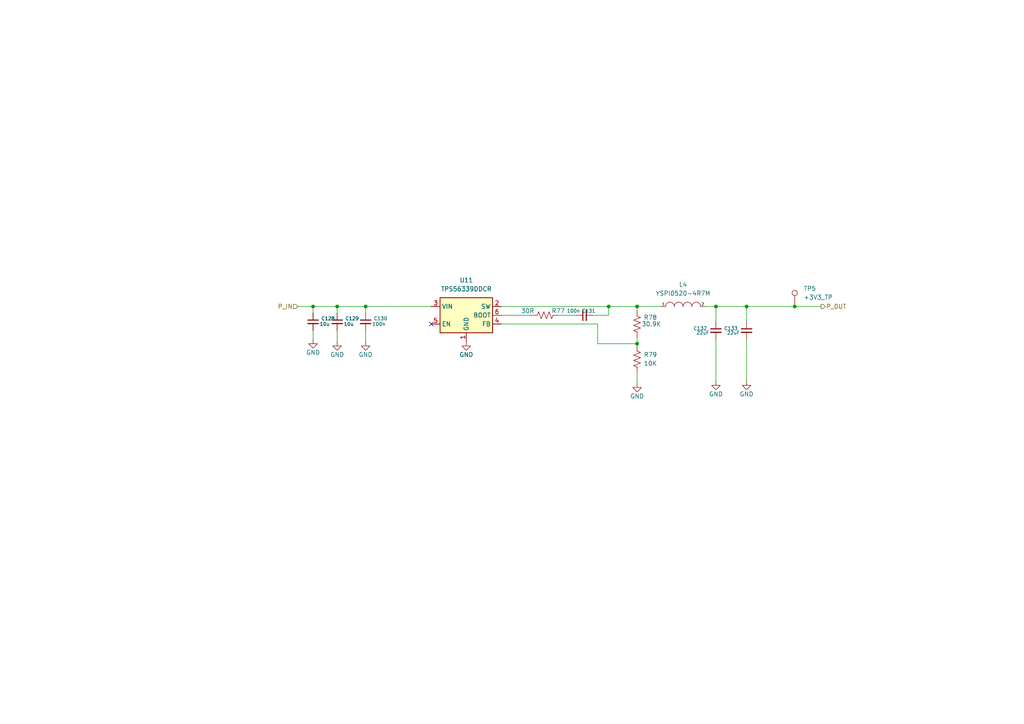
<source format=kicad_sch>
(kicad_sch (version 20211123) (generator eeschema)
  (paper "A4")
  (title_block (title "USB HUB ") (date "2022-08-30") (rev "1.0") (company "N/A") (comment 2 "Reviewed by: ") (comment 3 "Designer by: Robert Mutura"))
  (lib_symbols
    (symbol "Connector:TestPoint" (pin_numbers hide) (pin_names (offset 0.762) hide)
      (property "Reference" "TP" (at 0 6.858 0))
      (property "Value" "TestPoint" (at 0 5.08 0))
      (symbol "TestPoint_0_1"
        (circle (center 0 3.302) (radius 0.762))
      )
      (symbol "TestPoint_1_1"
        (pin passive line (at 0 0 90) (length 2.54) (name "1") (number "1"))
      )
    )
    (symbol "Device:C_Small" (pin_numbers hide) (pin_names (offset 0.254) hide)
      (property "Reference" "C" (at 0.254 1.778 0))
      (property "Value" "C_Small" (at 0.254 -2.032 0))
      (symbol "C_Small_0_1"
        (polyline (pts (xy -1.524 -0.508) (xy 1.524 -0.508)) (stroke (width 0.3302)))
        (polyline (pts (xy -1.524 0.508) (xy 1.524 0.508)) (stroke (width 0.3048)))
      )
      (symbol "C_Small_1_1"
        (pin passive line (at 0 2.54 270) (length 2.032) (name "~") (number "1"))
        (pin passive line (at 0 -2.54 90) (length 2.032) (name "~") (number "2"))
      )
    )
    (symbol "Device:R_US" (pin_numbers hide) (pin_names (offset 0))
      (property "Reference" "R" (at 2.54 0 90))
      (property "Value" "R_US" (at -2.54 0 90))
      (symbol "R_US_0_1"
        (polyline (pts (xy 0 -2.286) (xy 0 -2.54)))
        (polyline (pts (xy 0 2.286) (xy 0 2.54)))
        (polyline (pts (xy 0 -0.762) (xy 1.016 -1.143) (xy 0 -1.524) (xy -1.016 -1.905) (xy 0 -2.286)))
        (polyline (pts (xy 0 0.762) (xy 1.016 0.381) (xy 0 0) (xy -1.016 -0.381) (xy 0 -0.762)))
        (polyline (pts (xy 0 2.286) (xy 1.016 1.905) (xy 0 1.524) (xy -1.016 1.143) (xy 0 0.762)))
      )
      (symbol "R_US_1_1"
        (pin passive line (at 0 3.81 270) (length 1.27) (name "~") (number "1"))
        (pin passive line (at 0 -3.81 90) (length 1.27) (name "~") (number "2"))
      )
    )
    (symbol "Regulator_Switching:TPS56339DDC"
      (property "Reference" "U" (at -7.62 6.35 0))
      (property "Value" "TPS56339DDC" (at -2.54 6.35 0))
      (symbol "TPS56339DDC_0_1"
        (rectangle (start -7.62 5.08) (end 7.62 -5.08) (stroke (width 0.254)) (fill (type background)))
      )
      (symbol "TPS56339DDC_1_1"
        (pin power_in line (at 0 -7.62 90) (length 2.54) (name "GND") (number "1"))
        (pin power_out line (at 10.16 2.54 180) (length 2.54) (name "SW") (number "2"))
        (pin power_in line (at -10.16 2.54 0) (length 2.54) (name "VIN") (number "3"))
        (pin input line (at 10.16 -2.54 180) (length 2.54) (name "FB") (number "4"))
        (pin input line (at -10.16 -2.54 0) (length 2.54) (name "EN") (number "5"))
        (pin passive line (at 10.16 0 180) (length 2.54) (name "BOOT") (number "6"))
      )
    )
    (symbol "power:GND" (power) (pin_names (offset 0))
      (property "Value" "GND" (at 0 -3.81 0))
      (symbol "GND_0_1"
        (polyline (pts (xy 0 0) (xy 0 -1.27) (xy 1.27 -1.27) (xy 0 -2.54) (xy -1.27 -1.27) (xy 0 -1.27)))
      )
      (symbol "GND_1_1"
        (pin power_in line (at 0 0 270) (length 0) hide (name "GND") (number "1"))
      )
    )
    (symbol "pspice:INDUCTOR" (pin_numbers hide) (pin_names (offset 0))
      (property "Reference" "L" (at 0 2.54 0))
      (property "Value" "INDUCTOR" (at 0 -1.27 0))
      (symbol "INDUCTOR_0_1"
        (arc (start -2.54 0) (mid -3.81 1.27) (end -5.08 0))
        (arc (start 0 0) (mid -1.27 1.27) (end -2.54 0))
        (arc (start 2.54 0) (mid 1.27 1.27) (end 0 0))
        (arc (start 5.08 0) (mid 3.81 1.27) (end 2.54 0))
      )
      (symbol "INDUCTOR_1_1"
        (pin input line (at -6.35 0 0) (length 1.27) (name "1") (number "1"))
        (pin input line (at 6.35 0 180) (length 1.27) (name "2") (number "2"))
      )
    )
  )
  (junction (at 106.045 88.9))
  (junction (at 216.535 88.9))
  (junction (at 176.53 88.9))
  (junction (at 184.785 88.9))
  (junction (at 184.785 99.695))
  (junction (at 97.79 88.9))
  (junction (at 230.505 88.9))
  (junction (at 207.645 88.9))
  (junction (at 90.805 88.9))
  (no_connect (at 125.095 93.98))
  (wire (pts (xy 176.53 91.44) (xy 176.53 88.9)))
  (wire (pts (xy 204.47 88.9) (xy 207.645 88.9)))
  (wire (pts (xy 230.505 88.9) (xy 238.125 88.9)))
  (wire (pts (xy 106.045 88.9) (xy 125.095 88.9)))
  (wire (pts (xy 216.535 98.425) (xy 216.535 110.49)))
  (wire (pts (xy 184.785 111.125) (xy 184.785 107.95)))
  (wire (pts (xy 207.645 88.9) (xy 216.535 88.9)))
  (wire (pts (xy 90.805 95.885) (xy 90.805 98.425)))
  (wire (pts (xy 184.785 100.33) (xy 184.785 99.695)))
  (wire (pts (xy 176.53 88.9) (xy 184.785 88.9)))
  (wire (pts (xy 216.535 88.9) (xy 216.535 93.345)))
  (wire (pts (xy 184.785 88.9) (xy 191.77 88.9)))
  (wire (pts (xy 90.805 88.9) (xy 90.805 90.805)))
  (wire (pts (xy 173.355 99.695) (xy 173.355 93.98)))
  (wire (pts (xy 145.415 91.44) (xy 154.305 91.44)))
  (wire (pts (xy 86.36 88.9) (xy 90.805 88.9)))
  (wire (pts (xy 184.785 99.695) (xy 184.785 97.79)))
  (wire (pts (xy 207.645 88.9) (xy 207.645 93.345)))
  (wire (pts (xy 172.085 91.44) (xy 176.53 91.44)))
  (wire (pts (xy 161.925 91.44) (xy 167.005 91.44)))
  (wire (pts (xy 145.415 93.98) (xy 173.355 93.98)))
  (wire (pts (xy 106.045 95.885) (xy 106.045 99.06)))
  (wire (pts (xy 230.505 88.9) (xy 230.505 88.265)))
  (wire (pts (xy 97.79 95.885) (xy 97.79 99.06)))
  (wire (pts (xy 184.785 90.17) (xy 184.785 88.9)))
  (wire (pts (xy 207.645 98.425) (xy 207.645 110.49)))
  (wire (pts (xy 106.045 88.9) (xy 106.045 90.805)))
  (wire (pts (xy 97.79 88.9) (xy 106.045 88.9)))
  (wire (pts (xy 145.415 88.9) (xy 176.53 88.9)))
  (wire (pts (xy 216.535 88.9) (xy 230.505 88.9)))
  (wire (pts (xy 97.79 88.9) (xy 97.79 90.805)))
  (wire (pts (xy 184.785 99.695) (xy 173.355 99.695)))
  (wire (pts (xy 90.805 88.9) (xy 97.79 88.9)))
  (hierarchical_label "P_0UT" (shape output) (at 238.125 88.9 0))
  (hierarchical_label "P_IN" (shape input) (at 86.36 88.9 180))
  (symbol (lib_id "power:GND") (at 106.045 99.06 0) (unit 1)
    (property "Reference" "#PWR0163" (effects hide))
    (property "Value" "GND" (at 106.045 102.87 0))
  )
  (symbol (lib_id "pspice:INDUCTOR") (at 198.12 88.9 0) (unit 1)
    (property "Reference" "L4" (at 198.12 82.55 0))
    (property "Value" "YSPI0520-4R7M" (at 198.12 85.09 0))
    (property "Footprint" "greencharge-footprints:YSPI0520" (effects hide))
  )
  (symbol (lib_id "Device:C_Small") (at 90.805 93.345 0) (unit 1)
    (property "Reference" "C128" (at 93.1418 92.3798 0) (effects (font (size 0.9906 0.9906)) (justify left)))
    (property "Value" "10u" (at 92.71 93.98 0) (effects (font (size 0.9906 0.9906)) (justify left)))
    (property "Footprint" "Capacitor_SMD:C_0603_1608Metric" (effects hide))
  )
  (symbol (lib_id "Device:R_US") (at 184.785 93.98 0) (unit 1)
    (property "Reference" "R78" (at 186.69 92.075 0) (effects (justify left)))
    (property "Value" "30.9K" (at 186.055 93.98 0) (effects (justify left)))
    (property "Footprint" "Resistor_SMD:R_0402_1005Metric" (effects hide))
  )
  (symbol (lib_id "Device:R_US") (at 158.115 91.44 90) (unit 1)
    (property "Reference" "R77" (at 161.925 90.17 90))
    (property "Value" "30R" (at 153.035 90.17 90))
    (property "Footprint" "Resistor_SMD:R_0402_1005Metric" (effects hide))
  )
  (symbol (lib_id "power:GND") (at 135.255 99.06 0) (unit 1)
    (property "Reference" "#PWR0164" (effects hide))
    (property "Value" "GND" (at 135.255 102.87 0))
  )
  (symbol (lib_id "Device:C_Small") (at 207.645 95.885 0) (mirror y) (unit 1)
    (property "Reference" "C132" (at 205.105 95.25 0) (effects (font (size 0.9906 0.9906)) (justify left)))
    (property "Value" "22uF" (at 205.74 96.52 0) (effects (font (size 0.9906 0.9906)) (justify left)))
    (property "Footprint" "Capacitor_SMD:C_0603_1608Metric" (effects hide))
  )
  (symbol (lib_id "power:GND") (at 207.645 110.49 0) (unit 1)
    (property "Reference" "#PWR0166" (effects hide))
    (property "Value" "GND" (at 207.645 114.3 0))
  )
  (symbol (lib_id "power:GND") (at 216.535 110.49 0) (unit 1)
    (property "Reference" "#PWR0167" (effects hide))
    (property "Value" "GND" (at 216.535 114.3 0))
  )
  (symbol (lib_id "power:GND") (at 90.805 98.425 0) (unit 1)
    (property "Reference" "#PWR0161" (effects hide))
    (property "Value" "GND" (at 90.805 102.235 0))
  )
  (symbol (lib_id "power:GND") (at 97.79 99.06 0) (unit 1)
    (property "Reference" "#PWR0162" (effects hide))
    (property "Value" "GND" (at 97.79 102.87 0))
  )
  (symbol (lib_id "Connector:TestPoint") (at 230.505 88.265 0) (unit 1)
    (property "Reference" "TP5" (at 233.045 83.6929 0) (effects (justify left)))
    (property "Value" "+3V3_TP" (at 233.045 86.2329 0) (effects (justify left)))
    (property "Footprint" "brilliant-kicad-library:TestPoint_Pad_D0.9mm" (effects hide))
  )
  (symbol (lib_id "Device:C_Small") (at 216.535 95.885 0) (mirror y) (unit 1)
    (property "Reference" "C133" (at 213.995 95.25 0) (effects (font (size 0.9906 0.9906)) (justify left)))
    (property "Value" "22uF" (at 214.63 96.52 0) (effects (font (size 0.9906 0.9906)) (justify left)))
    (property "Footprint" "Capacitor_SMD:C_0603_1608Metric" (effects hide))
  )
  (symbol (lib_id "Device:C_Small") (at 169.545 91.44 90) (unit 1)
    (property "Reference" "C131" (at 172.72 90.17 90) (effects (font (size 0.9906 0.9906)) (justify left)))
    (property "Value" "100n" (at 168.275 90.17 90) (effects (font (size 0.9906 0.9906)) (justify left)))
    (property "Footprint" "Capacitor_SMD:C_0603_1608Metric" (effects hide))
  )
  (symbol (lib_id "power:GND") (at 184.785 111.125 0) (unit 1)
    (property "Reference" "#PWR0165" (effects hide))
    (property "Value" "GND" (at 184.785 114.935 0))
  )
  (symbol (lib_id "Device:R_US") (at 184.785 104.14 0) (unit 1)
    (property "Reference" "R79" (at 186.69 102.8699 0) (effects (justify left)))
    (property "Value" "10K" (at 186.69 105.4099 0) (effects (justify left)))
    (property "Footprint" "Resistor_SMD:R_0402_1005Metric" (effects hide))
  )
  (symbol (lib_id "Device:C_Small") (at 106.045 93.345 0) (unit 1)
    (property "Reference" "C130" (at 108.3818 92.3798 0) (effects (font (size 0.9906 0.9906)) (justify left)))
    (property "Value" "100n" (at 107.95 93.98 0) (effects (font (size 0.9906 0.9906)) (justify left)))
    (property "Footprint" "Capacitor_SMD:C_0603_1608Metric" (effects hide))
  )
  (symbol (lib_id "Regulator_Switching:TPS56339DDC") (at 135.255 91.44 0) (unit 1)
    (property "Reference" "U11" (at 135.255 81.28 0))
    (property "Value" "TPS56339DDCR" (at 135.255 83.82 0))
    (property "Footprint" "Package_TO_SOT_SMD:SOT-23-6" (effects hide))
    (property "Datasheet" "https://www.ti.com/lit/ds/symlink/tps56339.pdf" (effects hide))
  )
  (symbol (lib_id "Device:C_Small") (at 97.79 93.345 0) (unit 1)
    (property "Reference" "C129" (at 100.1268 92.3798 0) (effects (font (size 0.9906 0.9906)) (justify left)))
    (property "Value" "10u" (at 99.695 93.98 0) (effects (font (size 0.9906 0.9906)) (justify left)))
    (property "Footprint" "Capacitor_SMD:C_0603_1608Metric" (effects hide))
  )
)
</source>
